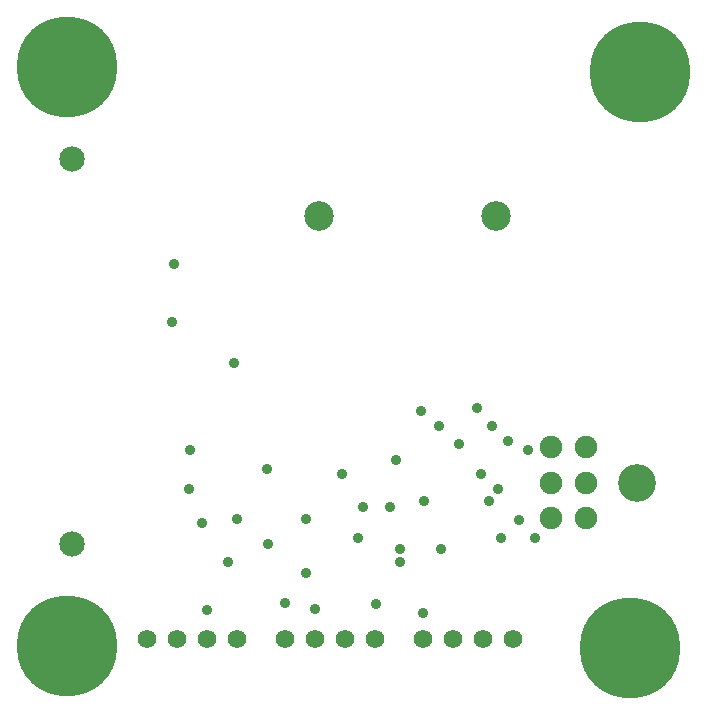
<source format=gbs>
G04 Layer_Color=16711935*
%FSLAX44Y44*%
%MOMM*%
G71*
G01*
G75*
%ADD47C,8.5000*%
%ADD48C,3.2000*%
%ADD49C,1.9000*%
%ADD50C,1.5716*%
%ADD51C,2.1500*%
%ADD52C,2.5000*%
%ADD53C,0.9000*%
D47*
X784860Y321310D02*
D03*
X793750Y808990D02*
D03*
X308610Y322580D02*
D03*
Y812800D02*
D03*
D48*
X791210Y461010D02*
D03*
D49*
X748010D02*
D03*
Y491010D02*
D03*
Y431010D02*
D03*
X718010D02*
D03*
Y461010D02*
D03*
Y491010D02*
D03*
D50*
X401320Y328930D02*
D03*
X375920D02*
D03*
X426720D02*
D03*
X452120D02*
D03*
X518160D02*
D03*
X492760D02*
D03*
X543560D02*
D03*
X568960D02*
D03*
X635000D02*
D03*
X609600D02*
D03*
X660400D02*
D03*
X685800D02*
D03*
D51*
X312990Y409370D02*
D03*
Y735370D02*
D03*
D52*
X521830Y687070D02*
D03*
X671830D02*
D03*
D53*
X478790Y408940D02*
D03*
X444500Y393700D02*
D03*
X586740Y480060D02*
D03*
X590550Y393700D02*
D03*
X659130Y468630D02*
D03*
X704850Y414020D02*
D03*
X624840Y405130D02*
D03*
X675640Y414020D02*
D03*
X590550Y405130D02*
D03*
X510540Y430530D02*
D03*
Y384810D02*
D03*
X477520Y472440D02*
D03*
X655320Y524510D02*
D03*
X668020Y509270D02*
D03*
X681990Y496570D02*
D03*
X608330Y521970D02*
D03*
X623570Y509270D02*
D03*
X640080Y494030D02*
D03*
X541020Y468630D02*
D03*
X673100Y455930D02*
D03*
X411480D02*
D03*
X422910Y426720D02*
D03*
X397510Y596900D02*
D03*
X398780Y646430D02*
D03*
X665480Y445770D02*
D03*
X698500Y488950D02*
D03*
X558800Y440690D02*
D03*
X581660D02*
D03*
X690880Y429260D02*
D03*
X554990Y414020D02*
D03*
X609600Y350520D02*
D03*
X570230Y358140D02*
D03*
X610870Y445770D02*
D03*
X518160Y354330D02*
D03*
X412750Y488950D02*
D03*
X492760Y359410D02*
D03*
X449580Y562610D02*
D03*
X452120Y430530D02*
D03*
X426720Y353060D02*
D03*
M02*

</source>
